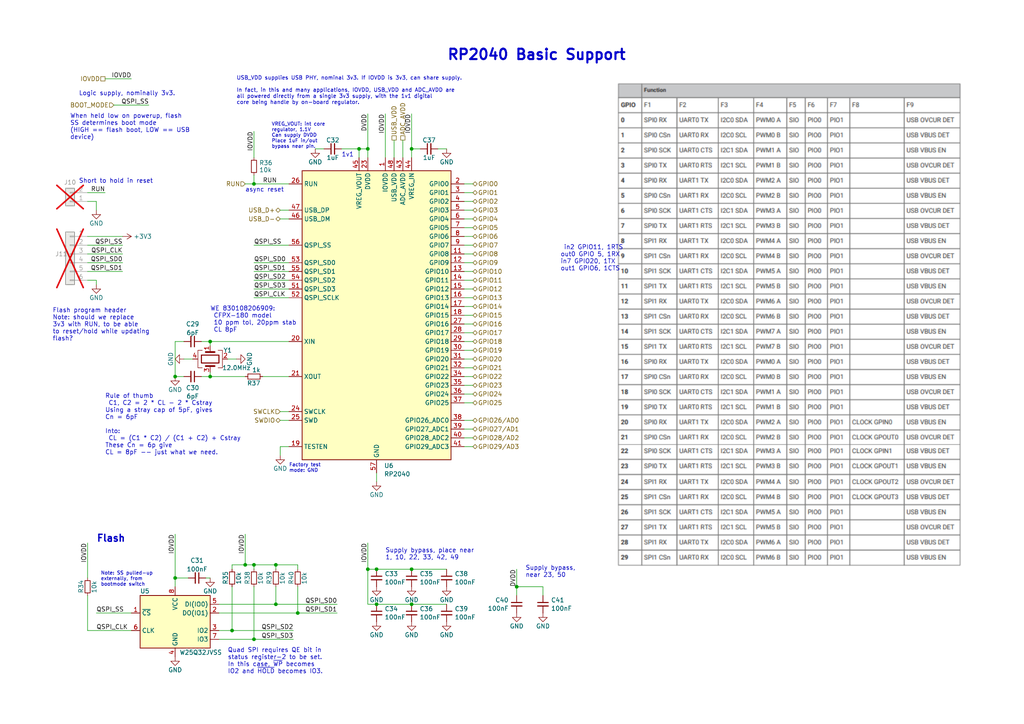
<source format=kicad_sch>
(kicad_sch (version 20231120) (generator "eeschema") (generator_version "8.0")
  (paper "A4")
  (title_block (title "RP2040 Basic Support") (date "2023-11-22") (rev "1.0.3") (company "Psychogenic Technologies") (comment 1 "(C) 2023 Pat Deegan"))
  (lib_symbols
    (symbol "Connector_Generic:Conn_01x02" (pin_names (offset 1.016) hide)
      (property "Reference" "J" (at 0 2.54 0))
      (property "Value" "Conn_01x02" (at 0 -5.08 0))
      (symbol "Conn_01x02_1_1"
        (rectangle (start -1.27 -2.413) (end 0 -2.667) (stroke (width 0.1524)))
        (rectangle (start -1.27 0.127) (end 0 -0.127) (stroke (width 0.1524)))
        (rectangle (start -1.27 1.27) (end 1.27 -3.81) (stroke (width 0.254)) (fill (type background)))
        (pin passive line (at -5.08 0 0) (length 3.81) (name "Pin_1") (number "1"))
        (pin passive line (at -5.08 -2.54 0) (length 3.81) (name "Pin_2") (number "2"))
      )
    )
    (symbol "Connector_Generic:Conn_01x06" (pin_names (offset 1.016) hide)
      (property "Reference" "J" (at 0 7.62 0))
      (property "Value" "Conn_01x06" (at 0 -10.16 0))
      (symbol "Conn_01x06_1_1"
        (rectangle (start -1.27 -7.493) (end 0 -7.747) (stroke (width 0.1524)))
        (rectangle (start -1.27 -4.953) (end 0 -5.207) (stroke (width 0.1524)))
        (rectangle (start -1.27 -2.413) (end 0 -2.667) (stroke (width 0.1524)))
        (rectangle (start -1.27 0.127) (end 0 -0.127) (stroke (width 0.1524)))
        (rectangle (start -1.27 2.667) (end 0 2.413) (stroke (width 0.1524)))
        (rectangle (start -1.27 5.207) (end 0 4.953) (stroke (width 0.1524)))
        (rectangle (start -1.27 6.35) (end 1.27 -8.89) (stroke (width 0.254)) (fill (type background)))
        (pin passive line (at -5.08 5.08 0) (length 3.81) (name "Pin_1") (number "1"))
        (pin passive line (at -5.08 2.54 0) (length 3.81) (name "Pin_2") (number "2"))
        (pin passive line (at -5.08 0 0) (length 3.81) (name "Pin_3") (number "3"))
        (pin passive line (at -5.08 -2.54 0) (length 3.81) (name "Pin_4") (number "4"))
        (pin passive line (at -5.08 -5.08 0) (length 3.81) (name "Pin_5") (number "5"))
        (pin passive line (at -5.08 -7.62 0) (length 3.81) (name "Pin_6") (number "6"))
      )
    )
    (symbol "Device:C_Small" (pin_numbers hide) (pin_names (offset 0.254) hide)
      (property "Reference" "C" (at 0.254 1.778 0))
      (property "Value" "C_Small" (at 0.254 -2.032 0))
      (symbol "C_Small_0_1"
        (polyline (pts (xy -1.524 -0.508) (xy 1.524 -0.508)) (stroke (width 0.3302)))
        (polyline (pts (xy -1.524 0.508) (xy 1.524 0.508)) (stroke (width 0.3048)))
      )
      (symbol "C_Small_1_1"
        (pin passive line (at 0 2.54 270) (length 2.032) (name "~") (number "1"))
        (pin passive line (at 0 -2.54 90) (length 2.032) (name "~") (number "2"))
      )
    )
    (symbol "Device:Crystal_GND24" (pin_names (offset 1.016) hide)
      (property "Reference" "Y" (at 3.175 5.08 0))
      (property "Value" "Crystal_GND24" (at 3.175 3.175 0))
      (symbol "Crystal_GND24_0_1"
        (rectangle (start -1.143 2.54) (end 1.143 -2.54) (stroke (width 0.3048)))
        (polyline (pts (xy -2.54 0) (xy -2.032 0)))
        (polyline (pts (xy -2.032 -1.27) (xy -2.032 1.27)) (stroke (width 0.508)))
        (polyline (pts (xy 0 -3.81) (xy 0 -3.556)))
        (polyline (pts (xy 0 3.556) (xy 0 3.81)))
        (polyline (pts (xy 2.032 -1.27) (xy 2.032 1.27)) (stroke (width 0.508)))
        (polyline (pts (xy 2.032 0) (xy 2.54 0)))
        (polyline (pts (xy -2.54 -2.286) (xy -2.54 -3.556) (xy 2.54 -3.556) (xy 2.54 -2.286)))
        (polyline (pts (xy -2.54 2.286) (xy -2.54 3.556) (xy 2.54 3.556) (xy 2.54 2.286)))
      )
      (symbol "Crystal_GND24_1_1"
        (pin passive line (at -3.81 0 0) (length 1.27) (name "1") (number "1"))
        (pin passive line (at 0 5.08 270) (length 1.27) (name "2") (number "2"))
        (pin passive line (at 3.81 0 180) (length 1.27) (name "3") (number "3"))
        (pin passive line (at 0 -5.08 90) (length 1.27) (name "4") (number "4"))
      )
    )
    (symbol "Device:R_Small" (pin_numbers hide) (pin_names (offset 0.254) hide)
      (property "Reference" "R" (at 0.762 0.508 0))
      (property "Value" "R_Small" (at 0.762 -1.016 0))
      (symbol "R_Small_0_1"
        (rectangle (start -0.762 1.778) (end 0.762 -1.778) (stroke (width 0.2032)))
      )
      (symbol "R_Small_1_1"
        (pin passive line (at 0 2.54 270) (length 0.762) (name "~") (number "1"))
        (pin passive line (at 0 -2.54 90) (length 0.762) (name "~") (number "2"))
      )
    )
    (symbol "MCU_RaspberryPi:RP2040"
      (property "Reference" "U" (at 17.78 45.72 0))
      (property "Value" "RP2040" (at 17.78 43.18 0))
      (symbol "RP2040_0_1"
        (rectangle (start -21.59 41.91) (end 21.59 -41.91) (stroke (width 0.254)) (fill (type background)))
      )
      (symbol "RP2040_1_1"
        (pin power_in line (at 2.54 45.72 270) (length 3.81) (name "IOVDD") (number "1"))
        (pin passive line (at 2.54 45.72 270) (length 3.81) hide (name "IOVDD") (number "10"))
        (pin bidirectional line (at 25.4 17.78 180) (length 3.81) (name "GPIO8") (number "11"))
        (pin bidirectional line (at 25.4 15.24 180) (length 3.81) (name "GPIO9") (number "12"))
        (pin bidirectional line (at 25.4 12.7 180) (length 3.81) (name "GPIO10") (number "13"))
        (pin bidirectional line (at 25.4 10.16 180) (length 3.81) (name "GPIO11") (number "14"))
        (pin bidirectional line (at 25.4 7.62 180) (length 3.81) (name "GPIO12") (number "15"))
        (pin bidirectional line (at 25.4 5.08 180) (length 3.81) (name "GPIO13") (number "16"))
        (pin bidirectional line (at 25.4 2.54 180) (length 3.81) (name "GPIO14") (number "17"))
        (pin bidirectional line (at 25.4 0 180) (length 3.81) (name "GPIO15") (number "18"))
        (pin input line (at -25.4 -38.1 0) (length 3.81) (name "TESTEN") (number "19"))
        (pin bidirectional line (at 25.4 38.1 180) (length 3.81) (name "GPIO0") (number "2"))
        (pin input line (at -25.4 -7.62 0) (length 3.81) (name "XIN") (number "20"))
        (pin passive line (at -25.4 -17.78 0) (length 3.81) (name "XOUT") (number "21"))
        (pin passive line (at 2.54 45.72 270) (length 3.81) hide (name "IOVDD") (number "22"))
        (pin power_in line (at -2.54 45.72 270) (length 3.81) (name "DVDD") (number "23"))
        (pin input line (at -25.4 -27.94 0) (length 3.81) (name "SWCLK") (number "24"))
        (pin bidirectional line (at -25.4 -30.48 0) (length 3.81) (name "SWD") (number "25"))
        (pin input line (at -25.4 38.1 0) (length 3.81) (name "RUN") (number "26"))
        (pin bidirectional line (at 25.4 -2.54 180) (length 3.81) (name "GPIO16") (number "27"))
        (pin bidirectional line (at 25.4 -5.08 180) (length 3.81) (name "GPIO17") (number "28"))
        (pin bidirectional line (at 25.4 -7.62 180) (length 3.81) (name "GPIO18") (number "29"))
        (pin bidirectional line (at 25.4 35.56 180) (length 3.81) (name "GPIO1") (number "3"))
        (pin bidirectional line (at 25.4 -10.16 180) (length 3.81) (name "GPIO19") (number "30"))
        (pin bidirectional line (at 25.4 -12.7 180) (length 3.81) (name "GPIO20") (number "31"))
        (pin bidirectional line (at 25.4 -15.24 180) (length 3.81) (name "GPIO21") (number "32"))
        (pin passive line (at 2.54 45.72 270) (length 3.81) hide (name "IOVDD") (number "33"))
        (pin bidirectional line (at 25.4 -17.78 180) (length 3.81) (name "GPIO22") (number "34"))
        (pin bidirectional line (at 25.4 -20.32 180) (length 3.81) (name "GPIO23") (number "35"))
        (pin bidirectional line (at 25.4 -22.86 180) (length 3.81) (name "GPIO24") (number "36"))
        (pin bidirectional line (at 25.4 -25.4 180) (length 3.81) (name "GPIO25") (number "37"))
        (pin bidirectional line (at 25.4 -30.48 180) (length 3.81) (name "GPIO26_ADC0") (number "38"))
        (pin bidirectional line (at 25.4 -33.02 180) (length 3.81) (name "GPIO27_ADC1") (number "39"))
        (pin bidirectional line (at 25.4 33.02 180) (length 3.81) (name "GPIO2") (number "4"))
        (pin bidirectional line (at 25.4 -35.56 180) (length 3.81) (name "GPIO28_ADC2") (number "40"))
        (pin bidirectional line (at 25.4 -38.1 180) (length 3.81) (name "GPIO29_ADC3") (number "41"))
        (pin passive line (at 2.54 45.72 270) (length 3.81) hide (name "IOVDD") (number "42"))
        (pin power_in line (at 7.62 45.72 270) (length 3.81) (name "ADC_AVDD") (number "43"))
        (pin power_in line (at 10.16 45.72 270) (length 3.81) (name "VREG_IN") (number "44"))
        (pin power_out line (at -5.08 45.72 270) (length 3.81) (name "VREG_VOUT") (number "45"))
        (pin bidirectional line (at -25.4 27.94 0) (length 3.81) (name "USB_DM") (number "46"))
        (pin bidirectional line (at -25.4 30.48 0) (length 3.81) (name "USB_DP") (number "47"))
        (pin power_in line (at 5.08 45.72 270) (length 3.81) (name "USB_VDD") (number "48"))
        (pin passive line (at 2.54 45.72 270) (length 3.81) hide (name "IOVDD") (number "49"))
        (pin bidirectional line (at 25.4 30.48 180) (length 3.81) (name "GPIO3") (number "5"))
        (pin passive line (at -2.54 45.72 270) (length 3.81) hide (name "DVDD") (number "50"))
        (pin bidirectional line (at -25.4 7.62 0) (length 3.81) (name "QSPI_SD3") (number "51"))
        (pin output line (at -25.4 5.08 0) (length 3.81) (name "QSPI_SCLK") (number "52"))
        (pin bidirectional line (at -25.4 15.24 0) (length 3.81) (name "QSPI_SD0") (number "53"))
        (pin bidirectional line (at -25.4 10.16 0) (length 3.81) (name "QSPI_SD2") (number "54"))
        (pin bidirectional line (at -25.4 12.7 0) (length 3.81) (name "QSPI_SD1") (number "55"))
        (pin bidirectional line (at -25.4 20.32 0) (length 3.81) (name "QSPI_SS") (number "56"))
        (pin power_in line (at 0 -45.72 90) (length 3.81) (name "GND") (number "57"))
        (pin bidirectional line (at 25.4 27.94 180) (length 3.81) (name "GPIO4") (number "6"))
        (pin bidirectional line (at 25.4 25.4 180) (length 3.81) (name "GPIO5") (number "7"))
        (pin bidirectional line (at 25.4 22.86 180) (length 3.81) (name "GPIO6") (number "8"))
        (pin bidirectional line (at 25.4 20.32 180) (length 3.81) (name "GPIO7") (number "9"))
      )
    )
    (symbol "Memory_Flash:W25Q32JVSS"
      (property "Reference" "U" (at -8.89 8.89 0))
      (property "Value" "W25Q32JVSS" (at 7.62 8.89 0))
      (symbol "W25Q32JVSS_0_1"
        (rectangle (start -10.16 7.62) (end 10.16 -7.62) (stroke (width 0.254)) (fill (type background)))
      )
      (symbol "W25Q32JVSS_1_1"
        (pin input line (at -12.7 2.54 0) (length 2.54) (name "~{CS}") (number "1"))
        (pin bidirectional line (at 12.7 2.54 180) (length 2.54) (name "DO(IO1)") (number "2"))
        (pin bidirectional line (at 12.7 -2.54 180) (length 2.54) (name "IO2") (number "3"))
        (pin power_in line (at 0 -10.16 90) (length 2.54) (name "GND") (number "4"))
        (pin bidirectional line (at 12.7 5.08 180) (length 2.54) (name "DI(IO0)") (number "5"))
        (pin input line (at -12.7 -2.54 0) (length 2.54) (name "CLK") (number "6"))
        (pin bidirectional line (at 12.7 -5.08 180) (length 2.54) (name "IO3") (number "7"))
        (pin power_in line (at 0 10.16 270) (length 2.54) (name "VCC") (number "8"))
      )
    )
    (symbol "power:+3V3" (power) (pin_names (offset 0))
      (property "Value" "+3V3" (at 0 3.556 0))
      (symbol "+3V3_0_1"
        (polyline (pts (xy -0.762 1.27) (xy 0 2.54)))
        (polyline (pts (xy 0 0) (xy 0 2.54)))
        (polyline (pts (xy 0 2.54) (xy 0.762 1.27)))
      )
      (symbol "+3V3_1_1"
        (pin power_in line (at 0 0 90) (length 0) hide (name "+3V3") (number "1"))
      )
    )
    (symbol "power:GND" (power) (pin_names (offset 0))
      (property "Value" "GND" (at 0 -3.81 0))
      (symbol "GND_0_1"
        (polyline (pts (xy 0 0) (xy 0 -1.27) (xy 1.27 -1.27) (xy 0 -2.54) (xy -1.27 -1.27) (xy 0 -1.27)))
      )
      (symbol "GND_1_1"
        (pin power_in line (at 0 0 270) (length 0) hide (name "GND") (number "1"))
      )
    )
  )
  (junction (at 73.66 185.42))
  (junction (at 106.68 43.18))
  (junction (at 67.31 182.88))
  (junction (at 149.86 170.18))
  (junction (at 80.01 175.26))
  (junction (at 119.38 175.26))
  (junction (at 119.38 43.18))
  (junction (at 119.38 165.1))
  (junction (at 60.96 109.22))
  (junction (at 104.14 43.18))
  (junction (at 60.96 99.06))
  (junction (at 50.8 167.64))
  (junction (at 106.68 165.1))
  (junction (at 73.66 53.34))
  (junction (at 80.01 163.83))
  (junction (at 73.66 163.83))
  (junction (at 109.22 165.1))
  (junction (at 109.22 175.26))
  (junction (at 86.36 177.8))
  (junction (at 71.12 163.83))
  (junction (at 50.8 109.22))
  (wire (pts (xy 81.28 119.38) (xy 83.82 119.38)))
  (wire (pts (xy 73.66 86.36) (xy 83.82 86.36)))
  (wire (pts (xy 33.02 30.48) (xy 43.18 30.48)))
  (wire (pts (xy 58.42 109.22) (xy 60.96 109.22)))
  (wire (pts (xy 111.76 33.02) (xy 111.76 45.72)))
  (wire (pts (xy 30.48 22.86) (xy 38.1 22.86)))
  (wire (pts (xy 137.16 116.84) (xy 134.62 116.84)))
  (wire (pts (xy 60.96 99.06) (xy 83.82 99.06)))
  (wire (pts (xy 50.8 167.64) (xy 50.8 170.18)))
  (wire (pts (xy 73.66 78.74) (xy 83.82 78.74)))
  (wire (pts (xy 25.4 73.66) (xy 35.56 73.66)))
  (wire (pts (xy 25.4 55.88) (xy 30.48 55.88)))
  (wire (pts (xy 83.82 109.22) (xy 76.2 109.22)))
  (wire (pts (xy 149.86 170.18) (xy 149.86 172.72)))
  (wire (pts (xy 137.16 96.52) (xy 134.62 96.52)))
  (wire (pts (xy 137.16 81.28) (xy 134.62 81.28)))
  (wire (pts (xy 137.16 99.06) (xy 134.62 99.06)))
  (wire (pts (xy 53.34 104.14) (xy 55.88 104.14)))
  (wire (pts (xy 104.14 43.18) (xy 106.68 43.18)))
  (wire (pts (xy 60.96 100.33) (xy 60.96 99.06)))
  (wire (pts (xy 50.8 99.06) (xy 50.8 109.22)))
  (wire (pts (xy 25.4 68.58) (xy 35.56 68.58)))
  (wire (pts (xy 119.38 43.18) (xy 121.92 43.18)))
  (wire (pts (xy 73.66 81.28) (xy 83.82 81.28)))
  (wire (pts (xy 137.16 104.14) (xy 134.62 104.14)))
  (wire (pts (xy 83.82 129.54) (xy 81.28 129.54)))
  (wire (pts (xy 80.01 170.18) (xy 80.01 175.26)))
  (wire (pts (xy 25.4 172.72) (xy 25.4 182.88)))
  (wire (pts (xy 25.4 78.74) (xy 35.56 78.74)))
  (wire (pts (xy 25.4 71.12) (xy 35.56 71.12)))
  (wire (pts (xy 53.34 99.06) (xy 50.8 99.06)))
  (wire (pts (xy 106.68 157.48) (xy 106.68 165.1)))
  (wire (pts (xy 80.01 163.83) (xy 86.36 163.83)))
  (wire (pts (xy 137.16 127) (xy 134.62 127)))
  (wire (pts (xy 137.16 63.5) (xy 134.62 63.5)))
  (wire (pts (xy 59.69 167.64) (xy 60.96 167.64)))
  (wire (pts (xy 119.38 175.26) (xy 129.54 175.26)))
  (wire (pts (xy 86.36 163.83) (xy 86.36 165.1)))
  (wire (pts (xy 137.16 129.54) (xy 134.62 129.54)))
  (wire (pts (xy 73.66 71.12) (xy 83.82 71.12)))
  (wire (pts (xy 25.4 81.28) (xy 27.94 81.28)))
  (wire (pts (xy 63.5 182.88) (xy 67.31 182.88)))
  (wire (pts (xy 73.66 163.83) (xy 73.66 165.1)))
  (wire (pts (xy 27.94 82.55) (xy 27.94 81.28)))
  (wire (pts (xy 137.16 66.04) (xy 134.62 66.04)))
  (wire (pts (xy 137.16 91.44) (xy 134.62 91.44)))
  (wire (pts (xy 149.86 170.18) (xy 157.48 170.18)))
  (wire (pts (xy 137.16 73.66) (xy 134.62 73.66)))
  (wire (pts (xy 137.16 93.98) (xy 134.62 93.98)))
  (wire (pts (xy 116.84 40.64) (xy 116.84 45.72)))
  (wire (pts (xy 80.01 163.83) (xy 80.01 165.1)))
  (wire (pts (xy 106.68 175.26) (xy 109.22 175.26)))
  (wire (pts (xy 104.14 43.18) (xy 99.06 43.18)))
  (wire (pts (xy 80.01 175.26) (xy 97.79 175.26)))
  (wire (pts (xy 73.66 76.2) (xy 83.82 76.2)))
  (wire (pts (xy 63.5 185.42) (xy 73.66 185.42)))
  (wire (pts (xy 67.31 182.88) (xy 67.31 170.18)))
  (wire (pts (xy 71.12 53.34) (xy 73.66 53.34)))
  (wire (pts (xy 73.66 163.83) (xy 80.01 163.83)))
  (wire (pts (xy 137.16 109.22) (xy 134.62 109.22)))
  (wire (pts (xy 81.28 63.5) (xy 83.82 63.5)))
  (wire (pts (xy 25.4 182.88) (xy 38.1 182.88)))
  (wire (pts (xy 119.38 33.02) (xy 119.38 43.18)))
  (wire (pts (xy 73.66 50.8) (xy 73.66 53.34)))
  (wire (pts (xy 25.4 58.42) (xy 27.94 58.42)))
  (wire (pts (xy 81.28 121.92) (xy 83.82 121.92)))
  (wire (pts (xy 71.12 154.94) (xy 71.12 163.83)))
  (wire (pts (xy 25.4 76.2) (xy 35.56 76.2)))
  (wire (pts (xy 137.16 71.12) (xy 134.62 71.12)))
  (wire (pts (xy 137.16 55.88) (xy 134.62 55.88)))
  (wire (pts (xy 137.16 83.82) (xy 134.62 83.82)))
  (wire (pts (xy 104.14 45.72) (xy 104.14 43.18)))
  (wire (pts (xy 137.16 60.96) (xy 134.62 60.96)))
  (wire (pts (xy 27.94 177.8) (xy 38.1 177.8)))
  (wire (pts (xy 106.68 43.18) (xy 106.68 45.72)))
  (wire (pts (xy 106.68 33.02) (xy 106.68 43.18)))
  (wire (pts (xy 86.36 177.8) (xy 97.79 177.8)))
  (wire (pts (xy 73.66 83.82) (xy 83.82 83.82)))
  (wire (pts (xy 109.22 175.26) (xy 119.38 175.26)))
  (wire (pts (xy 86.36 170.18) (xy 86.36 177.8)))
  (wire (pts (xy 137.16 124.46) (xy 134.62 124.46)))
  (wire (pts (xy 58.42 99.06) (xy 60.96 99.06)))
  (wire (pts (xy 73.66 38.1) (xy 73.66 45.72)))
  (wire (pts (xy 27.94 58.42) (xy 27.94 60.96)))
  (wire (pts (xy 137.16 78.74) (xy 134.62 78.74)))
  (wire (pts (xy 50.8 167.64) (xy 54.61 167.64)))
  (wire (pts (xy 67.31 165.1) (xy 67.31 163.83)))
  (wire (pts (xy 137.16 53.34) (xy 134.62 53.34)))
  (wire (pts (xy 50.8 109.22) (xy 53.34 109.22)))
  (wire (pts (xy 73.66 53.34) (xy 83.82 53.34)))
  (wire (pts (xy 109.22 165.1) (xy 119.38 165.1)))
  (wire (pts (xy 67.31 163.83) (xy 71.12 163.83)))
  (wire (pts (xy 157.48 170.18) (xy 157.48 172.72)))
  (wire (pts (xy 137.16 88.9) (xy 134.62 88.9)))
  (wire (pts (xy 71.12 163.83) (xy 73.66 163.83)))
  (wire (pts (xy 63.5 175.26) (xy 80.01 175.26)))
  (wire (pts (xy 137.16 121.92) (xy 134.62 121.92)))
  (wire (pts (xy 137.16 111.76) (xy 134.62 111.76)))
  (wire (pts (xy 81.28 129.54) (xy 81.28 132.08)))
  (wire (pts (xy 73.66 185.42) (xy 85.09 185.42)))
  (wire (pts (xy 119.38 43.18) (xy 119.38 45.72)))
  (wire (pts (xy 137.16 68.58) (xy 134.62 68.58)))
  (wire (pts (xy 114.3 40.64) (xy 114.3 45.72)))
  (wire (pts (xy 119.38 165.1) (xy 129.54 165.1)))
  (wire (pts (xy 63.5 177.8) (xy 86.36 177.8)))
  (wire (pts (xy 25.4 157.48) (xy 25.4 167.64)))
  (wire (pts (xy 67.31 182.88) (xy 85.09 182.88)))
  (wire (pts (xy 91.44 43.18) (xy 93.98 43.18)))
  (wire (pts (xy 127 43.18) (xy 129.54 43.18)))
  (wire (pts (xy 137.16 58.42) (xy 134.62 58.42)))
  (wire (pts (xy 106.68 165.1) (xy 106.68 175.26)))
  (wire (pts (xy 50.8 154.94) (xy 50.8 167.64)))
  (wire (pts (xy 71.12 109.22) (xy 60.96 109.22)))
  (wire (pts (xy 106.68 165.1) (xy 109.22 165.1)))
  (wire (pts (xy 109.22 137.16) (xy 109.22 139.7)))
  (wire (pts (xy 149.86 165.1) (xy 149.86 170.18)))
  (wire (pts (xy 137.16 86.36) (xy 134.62 86.36)))
  (wire (pts (xy 137.16 76.2) (xy 134.62 76.2)))
  (wire (pts (xy 137.16 114.3) (xy 134.62 114.3)))
  (wire (pts (xy 137.16 106.68) (xy 134.62 106.68)))
  (wire (pts (xy 73.66 170.18) (xy 73.66 185.42)))
  (wire (pts (xy 66.04 104.14) (xy 68.58 104.14)))
  (wire (pts (xy 81.28 60.96) (xy 83.82 60.96)))
  (wire (pts (xy 60.96 109.22) (xy 60.96 107.95)))
  (wire (pts (xy 137.16 101.6) (xy 134.62 101.6)))
  (image (at 228.6 93.98) (scale 0.556668))
  (text "async reset" (at 71.12 55.88 0) (effects (font (size 1.27 1.27)) (justify left bottom)))
  (text "RP2040 Basic Support" (at 129.54 17.78 0) (effects (font (size 3 3) (thickness 0.6) (bold yes)) (justify left bottom)))
  (text "Flash" (at 27.94 157.48 0) (effects (font (size 2 2) (thickness 0.4) (bold yes)) (justify left bottom)))
  (text "Short to hold in reset" (at 22.86 53.34 0) (effects (font (size 1.27 1.27)) (justify left bottom)))
  (text "VREG_VOUT: int core\nregulator, 1.1V\nCan supply DVDD\nPlace 1uF in/out \nbypass near pin." (at 78.74 43.18 0) (effects (font (size 1 1)) (justify left bottom)))
  (text "When held low on powerup, flash\nSS determines boot mode \n(HIGH == flash boot, LOW == USB \ndevice)" (at 20.32 40.64 0) (effects (font (size 1.27 1.27)) (justify left bottom)))
  (text "WE 830108206909:\n CFPX-180 model\n 10 ppm tol, 20ppm stab\n CL 8pF" (at 60.96 96.52 0) (effects (font (size 1.27 1.27)) (justify left bottom)))
  (text "1v1" (at 99.06 45.72 0) (effects (font (size 1.27 1.27)) (justify left bottom)))
  (text "USB_VDD supplies USB PHY, nominal 3v3. If IOVDD is 3v3, can share supply.\n\nIn fact, in this and many applications, IOVDD, USB_VDD and ADC_AVDD are\nall powered directly from a single 3v3 supply, with the 1v1 digital \ncore being handle by on-board regulator." (at 68.58 30.48 0) (effects (font (size 1.1 1.1)) (justify left bottom)))
  (text "Flash program header\nNote: should we replace\n3v3 with RUN, to be able\nto reset/hold while updating\nflash?" (at 15.24 99.06 0) (effects (font (size 1.27 1.27)) (justify left bottom)))
  (text "Supply bypass, place near\n1, 10, 22, 33, 42, 49" (at 111.76 162.56 0) (effects (font (size 1.27 1.27)) (justify left bottom)))
  (text "Quad SPI requires QE bit in \nstatus register-2 to be set.\nIn this case, ~{WP} becomes \nIO2 and ~{HOLD} becomes IO3." (at 66.04 195.58 0) (effects (font (size 1.27 1.27)) (justify left bottom)))
  (text " in2 GPIO11, 1RTS\nout0 GPIO 5, 1RX \nin7 GPIO20, 1TX\nout1 GPIO6, 1CTS" (at 162.56 78.74 0) (effects (font (size 1.27 1.27)) (justify left bottom)))
  (text "Factory test\nmode: GND" (at 83.82 137.16 0) (effects (font (size 1 1)) (justify left bottom)))
  (text "Rule of thumb\n C1, C2 = 2 * CL - 2 * Cstray\nUsing a stray cap of 5pF, gives\nCn = 6pF\n\nInto:\n CL = (C1 * C2) / (C1 + C2) + Cstray\nThese Cn = 6p give\nCL = 8pF -- just what we need." (at 30.48 132.08 0) (effects (font (size 1.27 1.27)) (justify left bottom)))
  (text "Logic supply, nominally 3v3." (at 22.86 27.94 0) (effects (font (size 1.27 1.27)) (justify left bottom)))
  (text "Supply bypass,\nnear 23, 50" (at 152.4 167.64 0) (effects (font (size 1.27 1.27)) (justify left bottom)))
  (text "Note: SS pulled-up\nexternally, from \nbootmode switch" (at 29.21 170.18 0) (effects (font (size 1 1)) (justify left bottom)))
  (label "QSPI_SS" (at 35.56 71.12 180))
  (label "QSPI_SD2" (at 85.09 182.88 180))
  (label "QSPI_SD1" (at 97.79 177.8 180))
  (label "RUN" (at 30.48 55.88 180))
  (label "RUN" (at 76.2 53.34 0))
  (label "DVDD" (at 106.68 33.02 270))
  (label "DVDD" (at 149.86 165.1 270))
  (label "IOVDD" (at 73.66 38.1 270))
  (label "QSPI_CLK" (at 27.94 182.88 0))
  (label "IOVDD" (at 119.38 33.02 270))
  (label "QSPI_SD1" (at 73.66 78.74 0))
  (label "QSPI_SD0" (at 73.66 76.2 0))
  (label "IOVDD" (at 38.1 22.86 180))
  (label "QSPI_SD0" (at 97.79 175.26 180))
  (label "QSPI_SD3" (at 73.66 83.82 0))
  (label "QSPI_SD2" (at 73.66 81.28 0))
  (label "IOVDD" (at 106.68 157.48 270))
  (label "QSPI_SS" (at 43.18 30.48 180))
  (label "QSPI_SD1" (at 35.56 78.74 180))
  (label "QSPI_CLK" (at 73.66 86.36 0))
  (label "QSPI_SD0" (at 35.56 76.2 180))
  (label "IOVDD" (at 71.12 154.94 270))
  (label "QSPI_SS" (at 27.94 177.8 0))
  (label "QSPI_SS" (at 73.66 71.12 0))
  (label "IOVDD" (at 111.76 33.02 270))
  (label "IOVDD" (at 25.4 157.48 270))
  (label "QSPI_CLK" (at 35.56 73.66 180))
  (label "IOVDD" (at 50.8 154.94 270))
  (label "QSPI_SD3" (at 85.09 185.42 180))
  (hierarchical_label "GPIO26{slash}AD0" (shape bidirectional) (at 137.16 121.92 0))
  (hierarchical_label "GPIO0" (shape bidirectional) (at 137.16 53.34 0))
  (hierarchical_label "GPIO4" (shape bidirectional) (at 137.16 63.5 0))
  (hierarchical_label "GPIO25" (shape bidirectional) (at 137.16 116.84 0))
  (hierarchical_label "BOOT_MODE" (shape input) (at 33.02 30.48 180))
  (hierarchical_label "GPIO15" (shape bidirectional) (at 137.16 91.44 0))
  (hierarchical_label "ADC_AVDD" (shape passive) (at 116.84 40.64 90))
  (hierarchical_label "GPIO10" (shape bidirectional) (at 137.16 78.74 0))
  (hierarchical_label "GPIO13" (shape bidirectional) (at 137.16 86.36 0))
  (hierarchical_label "GPIO14" (shape bidirectional) (at 137.16 88.9 0))
  (hierarchical_label "GPIO18" (shape bidirectional) (at 137.16 99.06 0))
  (hierarchical_label "GPIO24" (shape bidirectional) (at 137.16 114.3 0))
  (hierarchical_label "SWDIO" (shape bidirectional) (at 81.28 121.92 180))
  (hierarchical_label "USB_D+" (shape bidirectional) (at 81.28 60.96 180))
  (hierarchical_label "GPIO16" (shape bidirectional) (at 137.16 93.98 0))
  (hierarchical_label "SWCLK" (shape input) (at 81.28 119.38 180))
  (hierarchical_label "GPIO27{slash}AD1" (shape bidirectional) (at 137.16 124.46 0))
  (hierarchical_label "GPIO5" (shape bidirectional) (at 137.16 66.04 0))
  (hierarchical_label "GPIO28{slash}AD2" (shape bidirectional) (at 137.16 127 0))
  (hierarchical_label "USB_D-" (shape bidirectional) (at 81.28 63.5 180))
  (hierarchical_label "USB_VDD" (shape passive) (at 114.3 40.64 90))
  (hierarchical_label "GPIO6" (shape bidirectional) (at 137.16 68.58 0))
  (hierarchical_label "GPIO22" (shape bidirectional) (at 137.16 109.22 0))
  (hierarchical_label "GPIO2" (shape bidirectional) (at 137.16 58.42 0))
  (hierarchical_label "GPIO21" (shape bidirectional) (at 137.16 106.68 0))
  (hierarchical_label "GPIO29{slash}AD3" (shape bidirectional) (at 137.16 129.54 0))
  (hierarchical_label "GPIO20" (shape bidirectional) (at 137.16 104.14 0))
  (hierarchical_label "GPIO19" (shape bidirectional) (at 137.16 101.6 0))
  (hierarchical_label "IOVDD" (shape passive) (at 30.48 22.86 180))
  (hierarchical_label "GPIO23" (shape bidirectional) (at 137.16 111.76 0))
  (hierarchical_label "GPIO8" (shape bidirectional) (at 137.16 73.66 0))
  (hierarchical_label "GPIO17" (shape bidirectional) (at 137.16 96.52 0))
  (hierarchical_label "RUN" (shape input) (at 71.12 53.34 180))
  (hierarchical_label "GPIO11" (shape bidirectional) (at 137.16 81.28 0))
  (hierarchical_label "GPIO9" (shape bidirectional) (at 137.16 76.2 0))
  (hierarchical_label "GPIO1" (shape bidirectional) (at 137.16 55.88 0))
  (hierarchical_label "GPIO7" (shape bidirectional) (at 137.16 71.12 0))
  (hierarchical_label "GPIO12" (shape bidirectional) (at 137.16 83.82 0))
  (hierarchical_label "GPIO3" (shape bidirectional) (at 137.16 60.96 0))
  (symbol (lib_id "power:GND") (at 149.86 177.8 0) (mirror y) (unit 1)
    (property "Reference" "#PWR0108" (effects (hide yes)))
    (property "Value" "GND" (at 149.86 181.61 0))
  )
  (symbol (lib_id "power:GND") (at 60.96 167.64 0) (mirror y) (unit 1)
    (property "Reference" "#PWR096" (effects (hide yes)))
    (property "Value" "GND" (at 60.96 171.45 0))
  )
  (symbol (lib_id "Device:C_Small") (at 55.88 109.22 270) (unit 1)
    (property "Reference" "C30" (at 55.8736 112.5022 90))
    (property "Value" "6pF" (at 55.8736 114.9264 90))
    (property "Footprint" "Capacitor_SMD:C_0402_1005Metric" (effects (hide yes)))
    (property "MPN" "CC0402BRNPO9BN6R0" (effects (hide yes)))
    (property "Characteristics" "6pF 10% 50V XR 0402" (effects (hide yes)))
    (property "JLC" "C541341" (effects (hide yes)))
  )
  (symbol (lib_id "power:GND") (at 109.22 170.18 0) (mirror y) (unit 1)
    (property "Reference" "#PWR0101" (effects (hide yes)))
    (property "Value" "GND" (at 109.22 173.99 0))
  )
  (symbol (lib_id "Device:R_Small") (at 80.01 167.64 0) (mirror y) (unit 1)
    (property "Reference" "R39" (at 78.105 169.545 90) (effects (justify left)))
    (property "Value" "10k" (at 81.915 169.545 90) (effects (justify left)))
    (property "Footprint" "Resistor_SMD:R_0402_1005Metric" (effects (hide yes)))
    (property "JLC" "C471764" (effects (hide yes)))
    (property "MPN" "RC0402FR-0710KL" (effects (hide yes)))
    (property "Characteristics" "10k 0402" (effects (hide yes)))
    (property "MPN_ALT" "WR04X1002FTL" (effects (hide yes)))
  )
  (symbol (lib_id "Device:C_Small") (at 119.38 177.8 0) (unit 1)
    (property "Reference" "C36" (at 121.7041 176.5942 0) (effects (justify left)))
    (property "Value" "100nF" (at 121.7041 179.0184 0) (effects (justify left)))
    (property "Footprint" "Capacitor_SMD:C_0402_1005Metric" (effects (hide yes)))
    (property "MPN" "CL05A104KA5NNNC" (effects (hide yes)))
    (property "Characteristics" "100n 10% 25V XR 0402" (effects (hide yes)))
    (property "MPN_ALT" "GRM155R71E104KE14J" (effects (hide yes)))
    (property "JLC" "C100072" (effects (hide yes)))
  )
  (symbol (lib_id "MCU_RaspberryPi:RP2040") (at 109.22 91.44 0) (unit 1)
    (property "Reference" "U6" (at 111.4141 135.0701 0) (effects (justify left)))
    (property "Value" "RP2040" (at 111.4141 137.4943 0) (effects (justify left)))
    (property "Footprint" "Package_DFN_QFN:QFN-56-1EP_7x7mm_P0.4mm_EP3.2x3.2mm" (effects (hide yes)))
    (property "Datasheet" "https://datasheets.raspberrypi.com/rp2040/rp2040-datasheet.pdf" (effects (hide yes)))
    (property "DigikeyPN" "2648-SC0914(13)CT-ND" (effects (hide yes)))
    (property "MPN" "SC0914(13)" (effects (hide yes)))
    (property "JLC" "C3227924" (effects (hide yes)))
  )
  (symbol (lib_id "Device:C_Small") (at 119.38 167.64 0) (unit 1)
    (property "Reference" "C35" (at 121.7041 166.4342 0) (effects (justify left)))
    (property "Value" "100nF" (at 121.7041 168.8584 0) (effects (justify left)))
    (property "Footprint" "Capacitor_SMD:C_0402_1005Metric" (effects (hide yes)))
    (property "MPN" "CL05A104KA5NNNC" (effects (hide yes)))
    (property "Characteristics" "100n 10% 25V XR 0402" (effects (hide yes)))
    (property "MPN_ALT" "GRM155R71E104KE14J" (effects (hide yes)))
    (property "JLC" "C100072" (effects (hide yes)))
  )
  (symbol (lib_id "power:GND") (at 27.94 60.96 0) (mirror y) (unit 1)
    (property "Reference" "#PWR090" (effects (hide yes)))
    (property "Value" "GND" (at 27.94 64.77 0))
  )
  (symbol (lib_id "power:GND") (at 157.48 177.8 0) (mirror y) (unit 1)
    (property "Reference" "#PWR0109" (effects (hide yes)))
    (property "Value" "GND" (at 157.48 181.61 0))
  )
  (symbol (lib_id "Device:C_Small") (at 129.54 177.8 0) (unit 1)
    (property "Reference" "C39" (at 131.8641 176.5942 0) (effects (justify left)))
    (property "Value" "100nF" (at 131.8641 179.0184 0) (effects (justify left)))
    (property "Footprint" "Capacitor_SMD:C_0402_1005Metric" (effects (hide yes)))
    (property "MPN" "CL05A104KA5NNNC" (effects (hide yes)))
    (property "Characteristics" "100n 10% 25V XR 0402" (effects (hide yes)))
    (property "MPN_ALT" "GRM155R71E104KE14J" (effects (hide yes)))
    (property "JLC" "C100072" (effects (hide yes)))
  )
  (symbol (lib_id "power:GND") (at 129.54 43.18 0) (mirror y) (unit 1)
    (property "Reference" "#PWR0105" (effects (hide yes)))
    (property "Value" "GND" (at 129.54 46.99 0))
  )
  (symbol (lib_id "Device:C_Small") (at 157.48 175.26 0) (unit 1)
    (property "Reference" "C41" (at 159.8041 174.0542 0) (effects (justify left)))
    (property "Value" "100nF" (at 159.8041 176.4784 0) (effects (justify left)))
    (property "Footprint" "Capacitor_SMD:C_0402_1005Metric" (effects (hide yes)))
    (property "MPN" "CL05A104KA5NNNC" (effects (hide yes)))
    (property "Characteristics" "100n 10% 25V XR 0402" (effects (hide yes)))
    (property "MPN_ALT" "GRM155R71E104KE14J" (effects (hide yes)))
    (property "JLC" "C100072" (effects (hide yes)))
  )
  (symbol (lib_id "Device:R_Small") (at 73.66 109.22 90) (mirror x) (unit 1)
    (property "Reference" "R37" (at 75.565 111.125 90) (effects (justify left)))
    (property "Value" "1k" (at 75.565 107.315 90) (effects (justify left)))
    (property "Footprint" "Resistor_SMD:R_0402_1005Metric" (effects (hide yes)))
    (property "MPN" "CR0402-FX-1001GLF" (effects (hide yes)))
    (property "MPN_ALT" "WR04X1001FTL" (effects (hide yes)))
    (property "Characteristics" "1k 0402" (effects (hide yes)))
    (property "JLC" "C202394" (effects (hide yes)))
  )
  (symbol (lib_id "Device:R_Small") (at 25.4 170.18 0) (mirror y) (unit 1)
    (property "Reference" "R34" (at 23.495 172.085 90) (effects (justify left)))
    (property "Value" "10k" (at 27.305 172.085 90) (effects (justify left)))
    (property "Footprint" "Resistor_SMD:R_0402_1005Metric" (effects (hide yes)))
    (property "JLC" "C471764" (effects (hide yes)))
    (property "MPN" "RC0402FR-0710KL" (effects (hide yes)))
    (property "Characteristics" "10k 0402" (effects (hide yes)))
    (property "MPN_ALT" "WR04X1002FTL" (effects (hide yes)))
  )
  (symbol (lib_id "power:GND") (at 50.8 109.22 0) (mirror y) (unit 1)
    (property "Reference" "#PWR093" (effects (hide yes)))
    (property "Value" "GND" (at 50.8 113.03 0))
  )
  (symbol (lib_id "Connector_Generic:Conn_01x06") (at 20.32 73.66 0) (mirror y) (unit 1) (dnp yes)
    (property "Reference" "J11" (at 17.78 73.66 0))
    (property "Value" "Conn_01x06" (effects (hide yes)))
    (property "Footprint" "Connector_PinHeader_2.54mm:PinHeader_1x06_P2.54mm_Vertical_SMD_Pin1Right" (effects (hide yes)))
    (property "Datasheet" "https://www.we-online.com/components/products/datasheet/61300611121.pdf" (effects (hide yes)))
    (property "MPN" "61300611121" (effects (hide yes)))
  )
  (symbol (lib_id "power:GND") (at 119.38 180.34 0) (mirror y) (unit 1)
    (property "Reference" "#PWR0104" (effects (hide yes)))
    (property "Value" "GND" (at 119.38 184.15 0))
  )
  (symbol (lib_id "power:GND") (at 53.34 104.14 270) (mirror x) (unit 1)
    (property "Reference" "#PWR095" (effects (hide yes)))
    (property "Value" "GND" (at 49.53 104.14 0))
  )
  (symbol (lib_id "Device:R_Small") (at 73.66 48.26 0) (mirror y) (unit 1)
    (property "Reference" "R36" (at 75.1586 47.236 0) (effects (justify right)))
    (property "Value" "10k" (at 75.1586 49.284 0) (effects (justify right)))
    (property "Footprint" "Resistor_SMD:R_0402_1005Metric" (effects (hide yes)))
    (property "MPN" "RC0402FR-0710KL" (effects (hide yes)))
    (property "Characteristics" "10k 0402" (effects (hide yes)))
    (property "MPN_ALT" "WR04X1002FTL" (effects (hide yes)))
    (property "JLC" "C471764" (effects (hide yes)))
  )
  (symbol (lib_id "Device:C_Small") (at 129.54 167.64 0) (unit 1)
    (property "Reference" "C38" (at 131.8641 166.4342 0) (effects (justify left)))
    (property "Value" "100nF" (at 131.8641 168.8584 0) (effects (justify left)))
    (property "Footprint" "Capacitor_SMD:C_0402_1005Metric" (effects (hide yes)))
    (property "MPN" "CL05A104KA5NNNC" (effects (hide yes)))
    (property "Characteristics" "100n 10% 25V XR 0402" (effects (hide yes)))
    (property "MPN_ALT" "GRM155R71E104KE14J" (effects (hide yes)))
    (property "JLC" "C100072" (effects (hide yes)))
  )
  (symbol (lib_id "power:GND") (at 91.44 43.18 0) (mirror y) (unit 1)
    (property "Reference" "#PWR099" (effects (hide yes)))
    (property "Value" "GND" (at 91.44 46.99 0))
  )
  (symbol (lib_id "Device:C_Small") (at 109.22 167.64 0) (unit 1)
    (property "Reference" "C33" (at 111.5441 166.4342 0) (effects (justify left)))
    (property "Value" "100nF" (at 111.5441 168.8584 0) (effects (justify left)))
    (property "Footprint" "Capacitor_SMD:C_0402_1005Metric" (effects (hide yes)))
    (property "MPN" "CL05A104KA5NNNC" (effects (hide yes)))
    (property "Characteristics" "100n 10% 25V XR 0402" (effects (hide yes)))
    (property "MPN_ALT" "GRM155R71E104KE14J" (effects (hide yes)))
    (property "JLC" "C100072" (effects (hide yes)))
  )
  (symbol (lib_id "Device:Crystal_GND24") (at 60.96 104.14 270) (unit 1)
    (property "Reference" "Y1" (at 66.04 101.6 90))
    (property "Value" "12.0MHz" (at 68.58 106.68 90))
    (property "Footprint" "Crystal:Crystal_SMD_3225-4Pin_3.2x2.5mm" (effects (hide yes)))
    (property "Datasheet" "https://www.we-online.com/components/products/datasheet/830108206909.pdf" (effects (hide yes)))
    (property "Description" "12 MHz ±10ppm Crystal 8pF 120 Ohms 4-SMD, No Lead" (effects (hide yes)))
    (property "MPN" "830108206909" (effects (hide yes)))
    (property "DigikeyPN" "1923-830108206909DKR-ND" (effects (hide yes)))
    (property "JLC" "C6098259" (effects (hide yes)))
    (property "MPN_ALT" "ABM8W-12.0000MHZ-8-D1X-T3" (effects (hide yes)))
  )
  (symbol (lib_id "Device:C_Small") (at 96.52 43.18 90) (unit 1)
    (property "Reference" "C32" (at 96.52 40.64 90))
    (property "Value" "1uF" (at 96.52 45.72 90))
    (property "Footprint" "Capacitor_SMD:C_0603_1608Metric" (effects (hide yes)))
    (property "MPN" "CL10A105KA8NNNC" (effects (hide yes)))
    (property "MPN_ALT" "C0603C105K4RAC7411" (effects (hide yes)))
    (property "Characteristics" "1u 10V XR 0603" (effects (hide yes)))
    (property "JLC" "C5673" (effects (hide yes)))
  )
  (symbol (lib_id "Device:C_Small") (at 55.88 99.06 270) (unit 1)
    (property "Reference" "C29" (at 55.88 93.98 90))
    (property "Value" "6pF" (at 55.88 96.52 90))
    (property "Footprint" "Capacitor_SMD:C_0402_1005Metric" (effects (hide yes)))
    (property "MPN" "CC0402BRNPO9BN6R0" (effects (hide yes)))
    (property "Characteristics" "6pF 10% 50V XR 0402" (effects (hide yes)))
    (property "MPN_ALT" "0402N6R0D500CT" (effects (hide yes)))
    (property "JLC" "C541341" (effects (hide yes)))
  )
  (symbol (lib_id "power:GND") (at 129.54 170.18 0) (mirror y) (unit 1)
    (property "Reference" "#PWR0106" (effects (hide yes)))
    (property "Value" "GND" (at 129.54 173.99 0))
  )
  (symbol (lib_id "Memory_Flash:W25Q32JVSS") (at 50.8 180.34 0) (unit 1)
    (property "Reference" "U5" (at 40.64 171.45 0) (effects (justify left)))
    (property "Value" "W25Q32JVSS" (at 52.07 189.23 0) (effects (justify left)))
    (property "Footprint" "Package_SO:SOIC-8_5.23x5.23mm_P1.27mm" (effects (hide yes)))
    (property "Datasheet" "http://www.winbond.com/resource-files/w25q32jv%20revg%2003272018%20plus.pdf" (effects (hide yes)))
    (property "MPN" "W25Q32JVSSIQ" (effects (hide yes)))
    (property "DigikeyPN" "W25Q32JVSSIQ-ND" (effects (hide yes)))
    (property "Characteristics" "RP2040 FLASH" (effects (hide yes)))
    (property "JLC" "C82344" (effects (hide yes)))
  )
  (symbol (lib_id "Device:C_Small") (at 124.46 43.18 90) (unit 1)
    (property "Reference" "C37" (at 124.46 40.64 90))
    (property "Value" "1uF" (at 124.46 45.72 90))
    (property "Footprint" "Capacitor_SMD:C_0603_1608Metric" (effects (hide yes)))
    (property "MPN" "CL10A105KA8NNNC" (effects (hide yes)))
    (property "MPN_ALT" "C0603C105K4RAC7411" (effects (hide yes)))
    (property "Characteristics" "1u 10V XR 0603" (effects (hide yes)))
    (property "JLC" "C5673" (effects (hide yes)))
  )
  (symbol (lib_id "Device:R_Small") (at 73.66 167.64 0) (mirror y) (unit 1)
    (property "Reference" "R38" (at 71.755 169.545 90) (effects (justify left)))
    (property "Value" "10k" (at 75.565 169.545 90) (effects (justify left)))
    (property "Footprint" "Resistor_SMD:R_0402_1005Metric" (effects (hide yes)))
    (property "JLC" "C471764" (effects (hide yes)))
    (property "MPN" "RC0402FR-0710KL" (effects (hide yes)))
    (property "Characteristics" "10k 0402" (effects (hide yes)))
    (property "MPN_ALT" "WR04X1002FTL" (effects (hide yes)))
  )
  (symbol (lib_id "Device:C_Small") (at 109.22 177.8 0) (unit 1)
    (property "Reference" "C34" (at 111.5441 176.5942 0) (effects (justify left)))
    (property "Value" "100nF" (at 111.5441 179.0184 0) (effects (justify left)))
    (property "Footprint" "Capacitor_SMD:C_0402_1005Metric" (effects (hide yes)))
    (property "MPN" "CL05A104KA5NNNC" (effects (hide yes)))
    (property "Characteristics" "100n 10% 25V XR 0402" (effects (hide yes)))
    (property "MPN_ALT" "GRM155R71E104KE14J" (effects (hide yes)))
    (property "JLC" "C100072" (effects (hide yes)))
  )
  (symbol (lib_id "power:+3V3") (at 35.56 68.58 270) (mirror x) (unit 1)
    (property "Reference" "#PWR092" (effects (hide yes)))
    (property "Value" "+3V3" (at 38.735 68.58 90) (effects (justify left)))
  )
  (symbol (lib_id "power:GND") (at 109.22 139.7 0) (mirror y) (unit 1)
    (property "Reference" "#PWR0100" (effects (hide yes)))
    (property "Value" "GND" (at 109.22 143.51 0))
  )
  (symbol (lib_id "power:GND") (at 81.28 132.08 0) (mirror y) (unit 1)
    (property "Reference" "#PWR098" (effects (hide yes)))
    (property "Value" "GND" (at 81.28 135.89 0))
  )
  (symbol (lib_id "Connector_Generic:Conn_01x02") (at 20.32 58.42 180) (unit 1) (dnp yes)
    (property "Reference" "J10" (at 20.32 52.8899 0))
    (property "Value" "Conn_01x02" (effects (hide yes)))
    (property "Footprint" "Connector_PinHeader_2.54mm:PinHeader_1x02_P2.54mm_Vertical" (effects (hide yes)))
  )
  (symbol (lib_id "power:GND") (at 109.22 180.34 0) (mirror y) (unit 1)
    (property "Reference" "#PWR0102" (effects (hide yes)))
    (property "Value" "GND" (at 109.22 184.15 0))
  )
  (symbol (lib_id "power:GND") (at 27.94 82.55 0) (mirror y) (unit 1)
    (property "Reference" "#PWR091" (effects (hide yes)))
    (property "Value" "GND" (at 27.94 86.36 0))
  )
  (symbol (lib_id "power:GND") (at 129.54 180.34 0) (mirror y) (unit 1)
    (property "Reference" "#PWR0107" (effects (hide yes)))
    (property "Value" "GND" (at 129.54 184.15 0))
  )
  (symbol (lib_id "power:GND") (at 50.8 190.5 0) (mirror y) (unit 1)
    (property "Reference" "#PWR094" (effects (hide yes)))
    (property "Value" "GND" (at 50.8 194.31 0))
  )
  (symbol (lib_id "Device:R_Small") (at 86.36 167.64 0) (mirror y) (unit 1)
    (property "Reference" "R40" (at 84.455 169.545 90) (effects (justify left)))
    (property "Value" "10k" (at 88.265 169.545 90) (effects (justify left)))
    (property "Footprint" "Resistor_SMD:R_0402_1005Metric" (effects (hide yes)))
    (property "JLC" "C471764" (effects (hide yes)))
    (property "MPN" "RC0402FR-0710KL" (effects (hide yes)))
    (property "Characteristics" "10k 0402" (effects (hide yes)))
    (property "MPN_ALT" "WR04X1002FTL" (effects (hide yes)))
  )
  (symbol (lib_id "Device:C_Small") (at 57.15 167.64 270) (unit 1)
    (property "Reference" "C31" (at 57.15 162.56 90))
    (property "Value" "100nF" (at 57.15 165.1 90))
    (property "Footprint" "Capacitor_SMD:C_0402_1005Metric" (effects (hide yes)))
    (property "JLC" "C100072" (effects (hide yes)))
    (property "MPN" "CL05A104KA5NNNC" (effects (hide yes)))
    (property "Characteristics" "100n 10% 25V XR 0402" (effects (hide yes)))
    (property "MPN_ALT" "GRM155R71E104KE14J" (effects (hide yes)))
  )
  (symbol (lib_id "power:GND") (at 119.38 170.18 0) (mirror y) (unit 1)
    (property "Reference" "#PWR0103" (effects (hide yes)))
    (property "Value" "GND" (at 119.38 173.99 0))
  )
  (symbol (lib_id "Device:R_Small") (at 67.31 167.64 0) (mirror y) (unit 1)
    (property "Reference" "R35" (at 65.405 169.545 90) (effects (justify left)))
    (property "Value" "10k" (at 69.215 169.545 90) (effects (justify left)))
    (property "Footprint" "Resistor_SMD:R_0402_1005Metric" (effects (hide yes)))
    (property "JLC" "C471764" (effects (hide yes)))
    (property "MPN" "RC0402FR-0710KL" (effects (hide yes)))
    (property "Characteristics" "10k 0402" (effects (hide yes)))
    (property "MPN_ALT" "WR04X1002FTL" (effects (hide yes)))
  )
  (symbol (lib_id "Device:C_Small") (at 149.86 175.26 0) (unit 1)
    (property "Reference" "C40" (at 147.536 174.0542 0) (effects (justify right)))
    (property "Value" "100nF" (at 147.536 176.4784 0) (effects (justify right)))
    (property "Footprint" "Capacitor_SMD:C_0402_1005Metric" (effects (hide yes)))
    (property "MPN" "CL05A104KA5NNNC" (effects (hide yes)))
    (property "Characteristics" "100n 10% 25V XR 0402" (effects (hide yes)))
    (property "MPN_ALT" "GRM155R71E104KE14J" (effects (hide yes)))
    (property "JLC" "C100072" (effects (hide yes)))
  )
  (symbol (lib_id "power:GND") (at 68.58 104.14 90) (mirror x) (unit 1)
    (property "Reference" "#PWR097" (effects (hide yes)))
    (property "Value" "GND" (at 72.39 104.14 0))
  )
)
</source>
